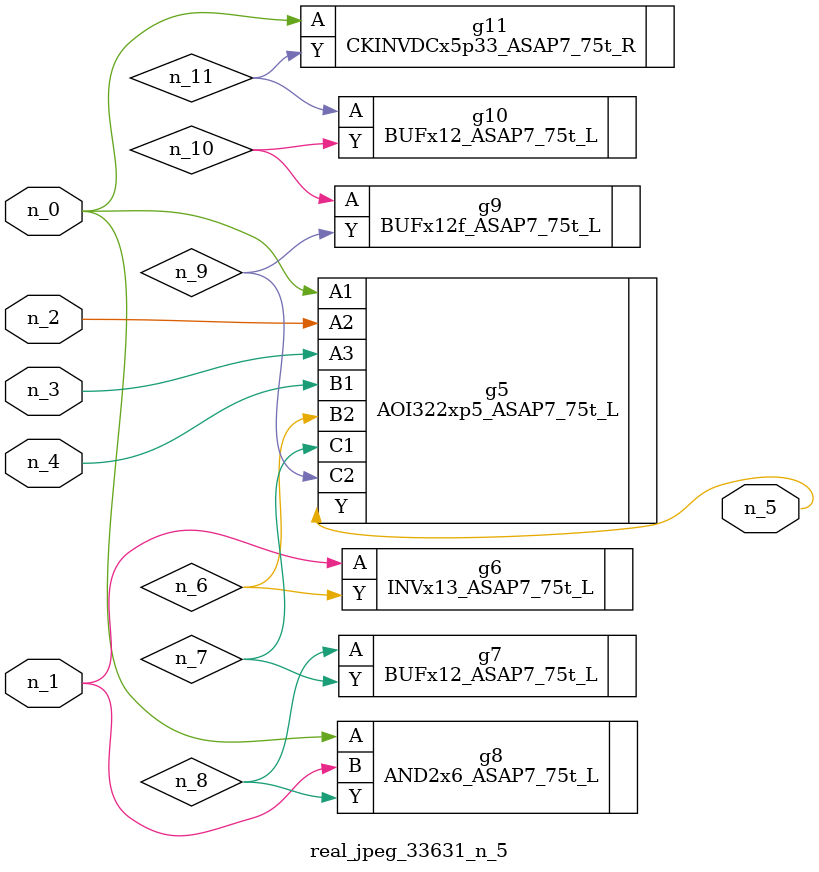
<source format=v>
module real_jpeg_33631_n_5 (n_4, n_0, n_1, n_2, n_3, n_5);

input n_4;
input n_0;
input n_1;
input n_2;
input n_3;

output n_5;

wire n_8;
wire n_11;
wire n_6;
wire n_7;
wire n_10;
wire n_9;

AOI322xp5_ASAP7_75t_L g5 ( 
.A1(n_0),
.A2(n_2),
.A3(n_3),
.B1(n_4),
.B2(n_6),
.C1(n_7),
.C2(n_9),
.Y(n_5)
);

AND2x6_ASAP7_75t_L g8 ( 
.A(n_0),
.B(n_1),
.Y(n_8)
);

CKINVDCx5p33_ASAP7_75t_R g11 ( 
.A(n_0),
.Y(n_11)
);

INVx13_ASAP7_75t_L g6 ( 
.A(n_1),
.Y(n_6)
);

BUFx12_ASAP7_75t_L g7 ( 
.A(n_8),
.Y(n_7)
);

BUFx12f_ASAP7_75t_L g9 ( 
.A(n_10),
.Y(n_9)
);

BUFx12_ASAP7_75t_L g10 ( 
.A(n_11),
.Y(n_10)
);


endmodule
</source>
